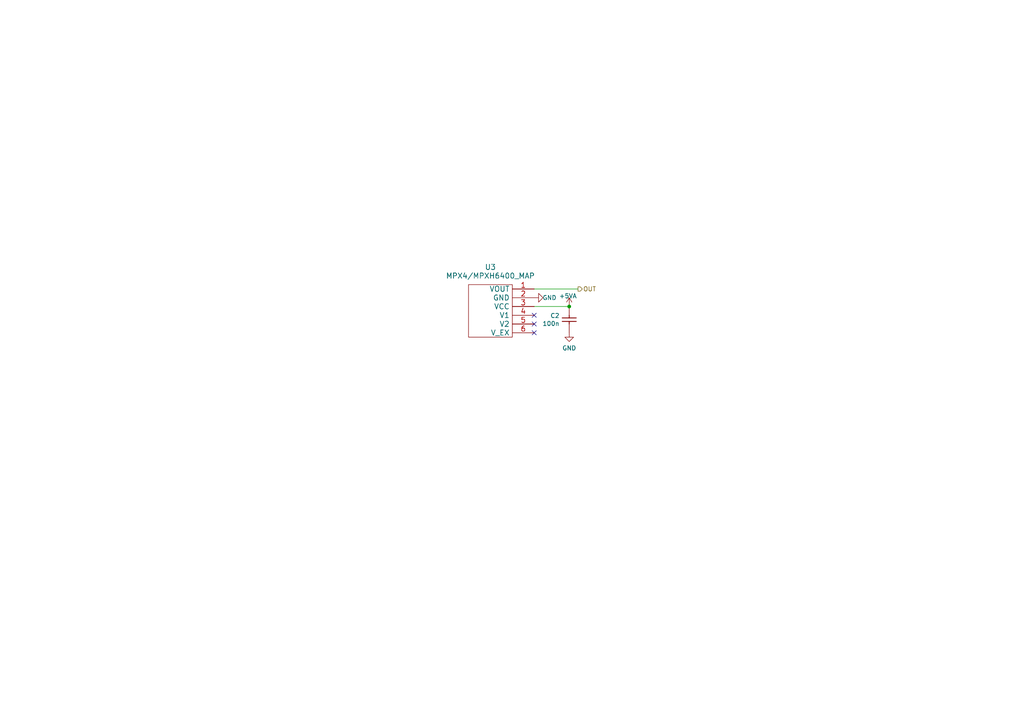
<source format=kicad_sch>
(kicad_sch (version 20250114) (generator "eeschema") (generator_version "9.0")
  (paper "A4")
  (title_block (title "UA4EFI") (date "2025-04-30") (rev "A"))
  (lib_symbols
    (symbol "MPX-4_MAP:MPX4/MPXH6400_MAP" (pin_names (offset 0.762))
      (property "Reference" "U" (at 0 10.16 0))
      (property "Value" "MPX4{slash}MPXH6400_MAP" (at 3.81 -10.16 0))
      (symbol "MPX4/MPXH6400_MAP_0_1"
        (rectangle (start -2.54 7.62) (end 10.16 -7.62))
      )
      (symbol "MPX4/MPXH6400_MAP_1_1"
        (pin passive line (at -8.89 6.35 0) (length 6.35) (name "VOUT") (number "1"))
        (pin passive line (at -8.89 3.81 0) (length 6.35) (name "GND") (number "2"))
        (pin passive line (at -8.89 1.27 0) (length 6.35) (name "VCC") (number "3"))
        (pin passive line (at -8.89 -1.27 0) (length 6.35) (name "V1") (number "4"))
        (pin passive line (at -8.89 -3.81 0) (length 6.35) (name "V2") (number "5"))
        (pin passive line (at -8.89 -6.35 0) (length 6.35) (name "V_EX") (number "6"))
      )
    )
    (symbol "hellen-one-common:Cap" (pin_numbers (hide yes))
      (property "Reference" "C" (at -3.81 2.54 0))
      (property "Value" "Cap" (at -2.54 -1.27 0))
      (symbol "Cap_1_0"
        (polyline (pts (xy -1.27 0) (xy -0.508 0)) (stroke (width 0.254)))
        (polyline (pts (xy -0.508 -2.032) (xy -0.508 2.032)) (stroke (width 0.254)))
        (polyline (pts (xy 0.508 2.032) (xy 0.508 -2.032)) (stroke (width 0.254)))
        (polyline (pts (xy 1.27 0) (xy 0.508 0)) (stroke (width 0.254)))
        (pin passive line (at -3.81 0 0) (length 2.54) (name "") (number "1"))
        (pin passive line (at 3.81 0 180) (length 2.54) (name "") (number "2"))
      )
    )
    (symbol "power:+5VA" (power) (pin_numbers (hide yes)) (pin_names (offset 0) (hide yes))
      (property "Value" "+5VA" (at 0 3.556 0))
      (symbol "+5VA_0_1"
        (polyline (pts (xy -0.762 1.27) (xy 0 2.54)))
        (polyline (pts (xy 0 2.54) (xy 0.762 1.27)))
        (polyline (pts (xy 0 0) (xy 0 2.54)))
      )
      (symbol "+5VA_1_1"
        (pin power_in line (at 0 0 90) (length 0) (name "~") (number "1"))
      )
    )
    (symbol "power:GND" (power) (pin_numbers (hide yes)) (pin_names (offset 0) (hide yes))
      (property "Value" "GND" (at 0 -3.81 0))
      (symbol "GND_0_1"
        (polyline (pts (xy 0 0) (xy 0 -1.27) (xy 1.27 -1.27) (xy 0 -2.54) (xy -1.27 -1.27) (xy 0 -1.27)))
      )
      (symbol "GND_1_1"
        (pin power_in line (at 0 0 270) (length 0) (name "~") (number "1"))
      )
    )
  )
  (junction (at 165.1 88.9))
  (no_connect (at 154.94 91.44))
  (no_connect (at 154.94 96.52))
  (no_connect (at 154.94 93.98))
  (wire (pts (xy 165.1 88.9) (xy 154.94 88.9)))
  (wire (pts (xy 154.94 83.82) (xy 167.64 83.82)))
  (hierarchical_label "OUT" (shape output) (at 167.64 83.82 0))
  (symbol (lib_id "power:GND") (at 154.94 86.36 90) (mirror x) (unit 1)
    (property "Reference" "#PWR096" (effects (hide yes)))
    (property "Value" "GND" (at 159.385 86.36 90))
    (property "Description" "Power symbol creates a global label with name \"GND\" , ground" (effects (hide yes)))
    (instances (project "alphax_4ch" (path "" (reference "#PWR041") (unit 1)) (path "" (reference "#PWR0149") (unit 1))) (project "uaefi" (path "" (reference "#PWR096") (unit 1))))
  )
  (symbol (lib_id "power:GND") (at 165.1 96.52 0) (mirror y) (unit 1)
    (property "Reference" "#PWR098" (effects (hide yes)))
    (property "Value" "GND" (at 165.1 100.965 0))
    (property "Description" "Power symbol creates a global label with name \"GND\" , ground" (effects (hide yes)))
    (instances (project "alphax_4ch" (path "" (reference "#PWR047") (unit 1)) (path "" (reference "#PWR0151") (unit 1))) (project "uaefi" (path "" (reference "#PWR098") (unit 1))))
  )
  (symbol (lib_id "power:+5VA") (at 165.1 88.9 0) (mirror y) (unit 1)
    (property "Reference" "#PWR097" (effects (hide yes)))
    (property "Value" "+5VA" (at 164.7317 85.8456 0))
    (property "Description" "Power symbol creates a global label with name \"+5VA\"" (effects (hide yes)))
    (instances (project "alphax_4ch" (path "" (reference "#PWR0115") (unit 1)) (path "" (reference "#PWR0150") (unit 1))) (project "uaefi" (path "" (reference "#PWR097") (unit 1))))
  )
  (symbol (lib_id "hellen-one-common:Cap") (at 165.1 92.71 270) (mirror x) (unit 1)
    (property "Reference" "C27" (at 162.3059 91.5606 90) (effects (justify right)))
    (property "Value" "100n" (at 162.3059 93.8593 90) (effects (justify right)))
    (property "Footprint" "hellen-one-common:C0603" (effects (hide yes)))
    (property "LCSC" "C14663" (effects (hide yes)))
    (instances (project "alphax_4ch" (path "" (reference "C2") (unit 1)) (path "" (reference "C2") (unit 1))) (project "uaefi" (path "" (reference "C27") (unit 1))))
  )
  (symbol (lib_id "MPX-4_MAP:MPX4/MPXH6400_MAP") (at 146.05 90.17 0) (mirror y) (unit 1)
    (property "Reference" "U3" (at 142.24 77.47 0) (effects (font (size 1.524 1.524))))
    (property "Value" "MPX4/MPXH6400_MAP" (at 142.24 80.01 0) (effects (font (size 1.524 1.524))))
    (property "Footprint" "kicad6-libraries:MPX-4_MAP" (effects (hide yes)))
  )
)
</source>
